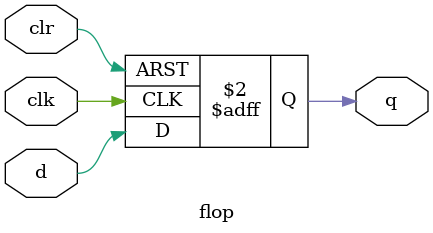
<source format=v>
module flop (
  input  wire clk,
  input  wire d,
  input  wire clr,
  output reg  q
);

  always @(negedge clk or posedge clr) begin
    if (clr)
      q <= 1'b0;  // Asynchronous Clear
    else
      q <= d;     // Capture data on negative edge of clk
  end

endmodule
</source>
